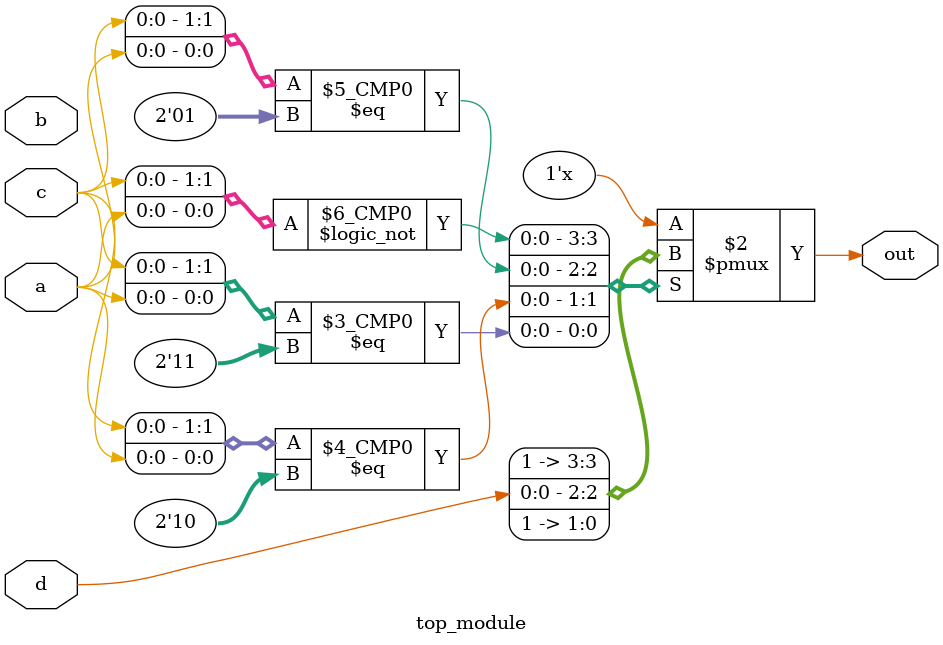
<source format=sv>
module top_module (
	input a, 
	input b,
	input c,
	input d,
	output reg out
);

  always @*
  begin
    case ({c, a})
      2'b00: out = 1'b1;
      2'b01: out = d;
      2'b10: out = 1'b1;
      2'b11: out = 1'b1;
      default: out = 1'b0;
    endcase
  end

endmodule

</source>
